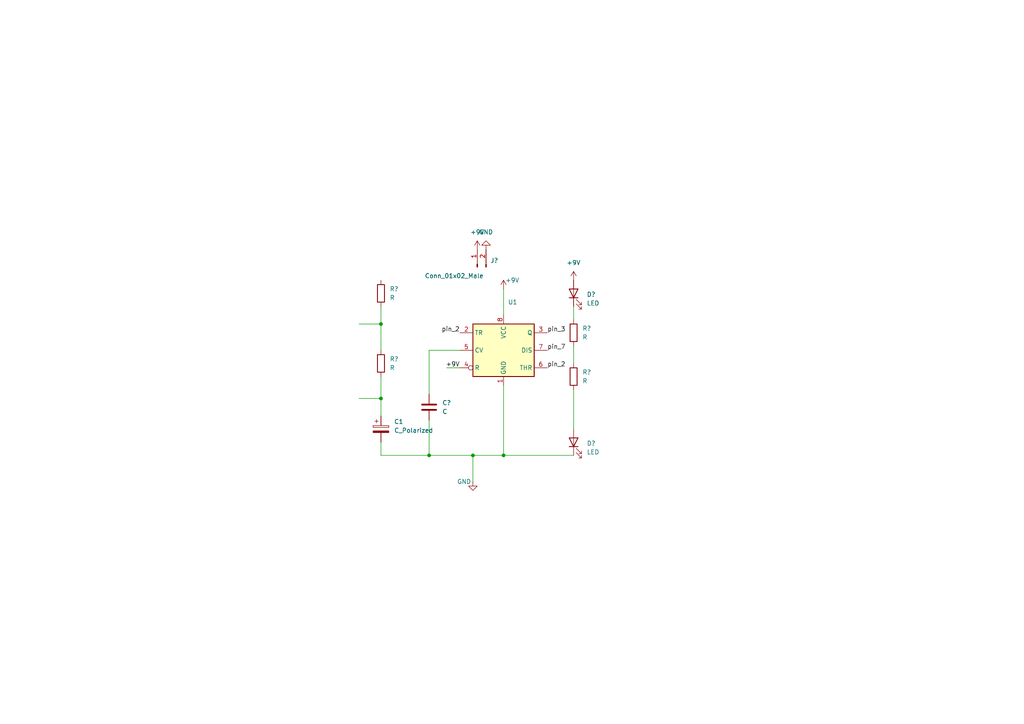
<source format=kicad_sch>
(kicad_sch (version 20211123) (generator eeschema)
  (paper "A4")
  (lib_symbols
    (symbol "Connector:Conn_01x02_Male" (pin_names (offset 1.016) hide)
      (property "Reference" "J" (at 0 2.54 0))
      (property "Value" "Conn_01x02_Male" (at 0 -5.08 0))
      (symbol "Conn_01x02_Male_1_1"
        (polyline (pts (xy 1.27 -2.54) (xy 0.8636 -2.54)) (stroke (width 0.1524)))
        (polyline (pts (xy 1.27 0) (xy 0.8636 0)) (stroke (width 0.1524)))
        (rectangle (start 0.8636 -2.413) (end 0 -2.667) (stroke (width 0.1524)) (fill (type outline)))
        (rectangle (start 0.8636 0.127) (end 0 -0.127) (stroke (width 0.1524)) (fill (type outline)))
        (pin passive line (at 5.08 0 180) (length 3.81) (name "Pin_1") (number "1"))
        (pin passive line (at 5.08 -2.54 180) (length 3.81) (name "Pin_2") (number "2"))
      )
    )
    (symbol "Device:C" (pin_numbers hide) (pin_names (offset 0.254))
      (property "Reference" "C" (at 0.635 2.54 0))
      (property "Value" "C" (at 0.635 -2.54 0))
      (symbol "C_0_1"
        (polyline (pts (xy -2.032 -0.762) (xy 2.032 -0.762)) (stroke (width 0.508)))
        (polyline (pts (xy -2.032 0.762) (xy 2.032 0.762)) (stroke (width 0.508)))
      )
      (symbol "C_1_1"
        (pin passive line (at 0 3.81 270) (length 2.794) (name "~") (number "1"))
        (pin passive line (at 0 -3.81 90) (length 2.794) (name "~") (number "2"))
      )
    )
    (symbol "Device:C_Polarized" (pin_numbers hide) (pin_names (offset 0.254))
      (property "Reference" "C" (at 0.635 2.54 0))
      (property "Value" "C_Polarized" (at 0.635 -2.54 0))
      (symbol "C_Polarized_0_1"
        (rectangle (start -2.286 0.508) (end 2.286 1.016))
        (polyline (pts (xy -1.778 2.286) (xy -0.762 2.286)))
        (polyline (pts (xy -1.27 2.794) (xy -1.27 1.778)))
        (rectangle (start 2.286 -0.508) (end -2.286 -1.016) (fill (type outline)))
      )
      (symbol "C_Polarized_1_1"
        (pin passive line (at 0 3.81 270) (length 2.794) (name "~") (number "1"))
        (pin passive line (at 0 -3.81 90) (length 2.794) (name "~") (number "2"))
      )
    )
    (symbol "Device:LED" (pin_numbers hide) (pin_names (offset 1.016) hide)
      (property "Reference" "D" (at 0 2.54 0))
      (property "Value" "LED" (at 0 -2.54 0))
      (symbol "LED_0_1"
        (polyline (pts (xy -1.27 -1.27) (xy -1.27 1.27)) (stroke (width 0.254)))
        (polyline (pts (xy -1.27 0) (xy 1.27 0)))
        (polyline (pts (xy 1.27 -1.27) (xy 1.27 1.27) (xy -1.27 0) (xy 1.27 -1.27)) (stroke (width 0.254)))
        (polyline (pts (xy -3.048 -0.762) (xy -4.572 -2.286) (xy -3.81 -2.286) (xy -4.572 -2.286) (xy -4.572 -1.524)))
        (polyline (pts (xy -1.778 -0.762) (xy -3.302 -2.286) (xy -2.54 -2.286) (xy -3.302 -2.286) (xy -3.302 -1.524)))
      )
      (symbol "LED_1_1"
        (pin passive line (at -3.81 0 0) (length 2.54) (name "K") (number "1"))
        (pin passive line (at 3.81 0 180) (length 2.54) (name "A") (number "2"))
      )
    )
    (symbol "Device:R" (pin_numbers hide) (pin_names (offset 0))
      (property "Reference" "R" (at 2.032 0 90))
      (property "Value" "R" (at 0 0 90))
      (symbol "R_0_1"
        (rectangle (start -1.016 -2.54) (end 1.016 2.54) (stroke (width 0.254)))
      )
      (symbol "R_1_1"
        (pin passive line (at 0 3.81 270) (length 1.27) (name "~") (number "1"))
        (pin passive line (at 0 -3.81 90) (length 1.27) (name "~") (number "2"))
      )
    )
    (symbol "Timer:NE555D"
      (property "Reference" "U" (at -10.16 8.89 0))
      (property "Value" "NE555D" (at 2.54 8.89 0))
      (symbol "NE555D_0_0"
        (pin power_in line (at 0 -10.16 90) (length 2.54) (name "GND") (number "1"))
        (pin power_in line (at 0 10.16 270) (length 2.54) (name "VCC") (number "8"))
      )
      (symbol "NE555D_0_1"
        (rectangle (start -8.89 -7.62) (end 8.89 7.62) (stroke (width 0.254)) (fill (type background)))
        (rectangle (start -8.89 -7.62) (end 8.89 7.62) (stroke (width 0.254)) (fill (type background)))
      )
      (symbol "NE555D_1_1"
        (pin input line (at -12.7 5.08 0) (length 3.81) (name "TR") (number "2"))
        (pin output line (at 12.7 5.08 180) (length 3.81) (name "Q") (number "3"))
        (pin input inverted (at -12.7 -5.08 0) (length 3.81) (name "R") (number "4"))
        (pin input line (at -12.7 0 0) (length 3.81) (name "CV") (number "5"))
        (pin input line (at 12.7 -5.08 180) (length 3.81) (name "THR") (number "6"))
        (pin input line (at 12.7 0 180) (length 3.81) (name "DIS") (number "7"))
      )
    )
    (symbol "power:+9V" (power) (pin_names (offset 0))
      (property "Value" "+9V" (at 0 3.556 0))
      (symbol "+9V_0_1"
        (polyline (pts (xy -0.762 1.27) (xy 0 2.54)))
        (polyline (pts (xy 0 0) (xy 0 2.54)))
        (polyline (pts (xy 0 2.54) (xy 0.762 1.27)))
      )
      (symbol "+9V_1_1"
        (pin power_in line (at 0 0 90) (length 0) hide (name "+9V") (number "1"))
      )
    )
    (symbol "power:GND" (power) (pin_names (offset 0))
      (property "Value" "GND" (at 0 -3.81 0))
      (symbol "GND_0_1"
        (polyline (pts (xy 0 0) (xy 0 -1.27) (xy 1.27 -1.27) (xy 0 -2.54) (xy -1.27 -1.27) (xy 0 -1.27)))
      )
      (symbol "GND_1_1"
        (pin power_in line (at 0 0 270) (length 0) hide (name "GND") (number "1"))
      )
    )
  )
  (junction (at 110.49 93.98))
  (junction (at 146.05 132.08))
  (junction (at 124.46 132.08))
  (junction (at 110.49 115.57))
  (junction (at 137.16 132.08))
  (wire (pts (xy 166.37 88.9) (xy 166.37 92.71)))
  (wire (pts (xy 146.05 111.76) (xy 146.05 132.08)))
  (wire (pts (xy 110.49 93.98) (xy 110.49 101.6)))
  (wire (pts (xy 124.46 121.92) (xy 124.46 132.08)))
  (wire (pts (xy 166.37 100.33) (xy 166.37 105.41)))
  (wire (pts (xy 166.37 113.03) (xy 166.37 124.46)))
  (wire (pts (xy 129.54 106.68) (xy 133.35 106.68)))
  (wire (pts (xy 104.14 93.98) (xy 110.49 93.98)))
  (wire (pts (xy 110.49 132.08) (xy 124.46 132.08)))
  (wire (pts (xy 146.05 83.82) (xy 146.05 91.44)))
  (wire (pts (xy 110.49 88.9) (xy 110.49 93.98)))
  (wire (pts (xy 146.05 132.08) (xy 166.37 132.08)))
  (wire (pts (xy 133.35 101.6) (xy 124.46 101.6)))
  (wire (pts (xy 110.49 115.57) (xy 110.49 120.65)))
  (wire (pts (xy 110.49 109.22) (xy 110.49 115.57)))
  (wire (pts (xy 137.16 132.08) (xy 146.05 132.08)))
  (wire (pts (xy 104.14 115.57) (xy 110.49 115.57)))
  (wire (pts (xy 137.16 139.7) (xy 137.16 132.08)))
  (wire (pts (xy 124.46 132.08) (xy 137.16 132.08)))
  (wire (pts (xy 124.46 101.6) (xy 124.46 114.3)))
  (wire (pts (xy 110.49 128.27) (xy 110.49 132.08)))
  (label "pin_2" (at 133.35 96.52 180))
  (label "pin_2" (at 158.75 106.68 0))
  (label "pin_7" (at 158.75 101.6 0))
  (label "+9V" (at 133.35 106.68 180))
  (label "pin_3" (at 158.75 96.52 0))
  (symbol (lib_id "Device:R") (at 110.49 85.09 0) (unit 1)
    (property "Reference" "R?" (at 113.03 83.8199 0) (effects (justify left)))
    (property "Value" "R" (at 113.03 86.3599 0) (effects (justify left)))
  )
  (symbol (lib_id "Timer:NE555D") (at 146.05 101.6 0) (unit 1)
    (property "Reference" "U1" (at 147.32 87.63 0) (effects (justify left)))
    (property "Value" " " (effects hide))
    (property "Footprint" "Package_SO:SOIC-8_3.9x4.9mm_P1.27mm" (effects hide))
    (property "Datasheet" "http://www.ti.com/lit/ds/symlink/ne555.pdf" (effects hide))
  )
  (symbol (lib_id "power:GND") (at 137.16 139.7 0) (unit 1)
    (property "Reference" "#PWR?" (effects hide))
    (property "Value" "GND" (at 134.62 139.7 0))
  )
  (symbol (lib_id "Device:R") (at 166.37 96.52 0) (unit 1)
    (property "Reference" "R?" (at 168.91 95.2499 0) (effects (justify left)))
    (property "Value" "R" (at 168.91 97.7899 0) (effects (justify left)))
  )
  (symbol (lib_id "Device:C_Polarized") (at 110.49 124.46 0) (unit 1)
    (property "Reference" "C1" (at 114.3 122.3009 0) (effects (justify left)))
    (property "Value" "C_Polarized" (at 114.3 124.8409 0) (effects (justify left)))
  )
  (symbol (lib_id "Device:C") (at 124.46 118.11 0) (unit 1)
    (property "Reference" "C?" (at 128.27 116.8399 0) (effects (justify left)))
    (property "Value" "C" (at 128.27 119.3799 0) (effects (justify left)))
  )
  (symbol (lib_id "power:+9V") (at 166.37 81.28 0) (unit 1)
    (property "Reference" "#PWR?" (effects hide))
    (property "Value" "+9V" (at 166.37 76.2 0))
  )
  (symbol (lib_id "Connector:Conn_01x02_Male") (at 138.43 77.47 90) (unit 1)
    (property "Reference" "J?" (at 142.24 75.5649 90) (effects (justify right)))
    (property "Value" "Conn_01x02_Male" (at 123.19 80.01 90) (effects (justify right)))
  )
  (symbol (lib_id "Device:R") (at 110.49 105.41 0) (unit 1)
    (property "Reference" "R?" (at 113.03 104.1399 0) (effects (justify left)))
    (property "Value" "R" (at 113.03 106.6799 0) (effects (justify left)))
  )
  (symbol (lib_id "Device:LED") (at 166.37 128.27 90) (unit 1)
    (property "Reference" "D?" (at 170.18 128.5874 90) (effects (justify right)))
    (property "Value" "LED" (at 170.18 131.1274 90) (effects (justify right)))
  )
  (symbol (lib_id "power:GND") (at 140.97 72.39 180) (unit 1)
    (property "Reference" "#PWR?" (effects hide))
    (property "Value" "GND" (at 140.97 67.31 0))
  )
  (symbol (lib_id "Device:R") (at 166.37 109.22 0) (unit 1)
    (property "Reference" "R?" (at 168.91 107.9499 0) (effects (justify left)))
    (property "Value" "R" (at 168.91 110.4899 0) (effects (justify left)))
  )
  (symbol (lib_id "power:+9V") (at 146.05 83.82 0) (unit 1)
    (property "Reference" "#PWR?" (effects hide))
    (property "Value" "+9V" (at 148.59 81.28 0))
  )
  (symbol (lib_id "power:+9V") (at 138.43 72.39 0) (unit 1)
    (property "Reference" "#PWR?" (effects hide))
    (property "Value" "+9V" (at 138.43 67.31 0))
  )
  (symbol (lib_id "Device:LED") (at 166.37 85.09 90) (unit 1)
    (property "Reference" "D?" (at 170.18 85.4074 90) (effects (justify right)))
    (property "Value" "LED" (at 170.18 87.9474 90) (effects (justify right)))
  )
)
</source>
